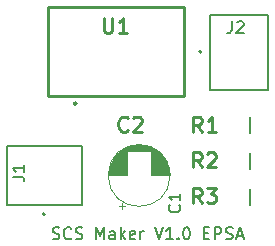
<source format=gbr>
%TF.GenerationSoftware,KiCad,Pcbnew,8.0.0*%
%TF.CreationDate,2024-04-17T17:58:47+02:00*%
%TF.ProjectId,SCS Maker,53435320-4d61-46b6-9572-2e6b69636164,rev?*%
%TF.SameCoordinates,Original*%
%TF.FileFunction,Legend,Top*%
%TF.FilePolarity,Positive*%
%FSLAX46Y46*%
G04 Gerber Fmt 4.6, Leading zero omitted, Abs format (unit mm)*
G04 Created by KiCad (PCBNEW 8.0.0) date 2024-04-17 17:58:47*
%MOMM*%
%LPD*%
G01*
G04 APERTURE LIST*
%ADD10C,0.150000*%
%ADD11C,0.254000*%
%ADD12C,0.127000*%
%ADD13C,0.200000*%
%ADD14C,0.120000*%
G04 APERTURE END LIST*
D10*
X68045660Y-60782200D02*
X68188517Y-60829819D01*
X68188517Y-60829819D02*
X68426612Y-60829819D01*
X68426612Y-60829819D02*
X68521850Y-60782200D01*
X68521850Y-60782200D02*
X68569469Y-60734580D01*
X68569469Y-60734580D02*
X68617088Y-60639342D01*
X68617088Y-60639342D02*
X68617088Y-60544104D01*
X68617088Y-60544104D02*
X68569469Y-60448866D01*
X68569469Y-60448866D02*
X68521850Y-60401247D01*
X68521850Y-60401247D02*
X68426612Y-60353628D01*
X68426612Y-60353628D02*
X68236136Y-60306009D01*
X68236136Y-60306009D02*
X68140898Y-60258390D01*
X68140898Y-60258390D02*
X68093279Y-60210771D01*
X68093279Y-60210771D02*
X68045660Y-60115533D01*
X68045660Y-60115533D02*
X68045660Y-60020295D01*
X68045660Y-60020295D02*
X68093279Y-59925057D01*
X68093279Y-59925057D02*
X68140898Y-59877438D01*
X68140898Y-59877438D02*
X68236136Y-59829819D01*
X68236136Y-59829819D02*
X68474231Y-59829819D01*
X68474231Y-59829819D02*
X68617088Y-59877438D01*
X69617088Y-60734580D02*
X69569469Y-60782200D01*
X69569469Y-60782200D02*
X69426612Y-60829819D01*
X69426612Y-60829819D02*
X69331374Y-60829819D01*
X69331374Y-60829819D02*
X69188517Y-60782200D01*
X69188517Y-60782200D02*
X69093279Y-60686961D01*
X69093279Y-60686961D02*
X69045660Y-60591723D01*
X69045660Y-60591723D02*
X68998041Y-60401247D01*
X68998041Y-60401247D02*
X68998041Y-60258390D01*
X68998041Y-60258390D02*
X69045660Y-60067914D01*
X69045660Y-60067914D02*
X69093279Y-59972676D01*
X69093279Y-59972676D02*
X69188517Y-59877438D01*
X69188517Y-59877438D02*
X69331374Y-59829819D01*
X69331374Y-59829819D02*
X69426612Y-59829819D01*
X69426612Y-59829819D02*
X69569469Y-59877438D01*
X69569469Y-59877438D02*
X69617088Y-59925057D01*
X69998041Y-60782200D02*
X70140898Y-60829819D01*
X70140898Y-60829819D02*
X70378993Y-60829819D01*
X70378993Y-60829819D02*
X70474231Y-60782200D01*
X70474231Y-60782200D02*
X70521850Y-60734580D01*
X70521850Y-60734580D02*
X70569469Y-60639342D01*
X70569469Y-60639342D02*
X70569469Y-60544104D01*
X70569469Y-60544104D02*
X70521850Y-60448866D01*
X70521850Y-60448866D02*
X70474231Y-60401247D01*
X70474231Y-60401247D02*
X70378993Y-60353628D01*
X70378993Y-60353628D02*
X70188517Y-60306009D01*
X70188517Y-60306009D02*
X70093279Y-60258390D01*
X70093279Y-60258390D02*
X70045660Y-60210771D01*
X70045660Y-60210771D02*
X69998041Y-60115533D01*
X69998041Y-60115533D02*
X69998041Y-60020295D01*
X69998041Y-60020295D02*
X70045660Y-59925057D01*
X70045660Y-59925057D02*
X70093279Y-59877438D01*
X70093279Y-59877438D02*
X70188517Y-59829819D01*
X70188517Y-59829819D02*
X70426612Y-59829819D01*
X70426612Y-59829819D02*
X70569469Y-59877438D01*
X71759946Y-60829819D02*
X71759946Y-59829819D01*
X71759946Y-59829819D02*
X72093279Y-60544104D01*
X72093279Y-60544104D02*
X72426612Y-59829819D01*
X72426612Y-59829819D02*
X72426612Y-60829819D01*
X73331374Y-60829819D02*
X73331374Y-60306009D01*
X73331374Y-60306009D02*
X73283755Y-60210771D01*
X73283755Y-60210771D02*
X73188517Y-60163152D01*
X73188517Y-60163152D02*
X72998041Y-60163152D01*
X72998041Y-60163152D02*
X72902803Y-60210771D01*
X73331374Y-60782200D02*
X73236136Y-60829819D01*
X73236136Y-60829819D02*
X72998041Y-60829819D01*
X72998041Y-60829819D02*
X72902803Y-60782200D01*
X72902803Y-60782200D02*
X72855184Y-60686961D01*
X72855184Y-60686961D02*
X72855184Y-60591723D01*
X72855184Y-60591723D02*
X72902803Y-60496485D01*
X72902803Y-60496485D02*
X72998041Y-60448866D01*
X72998041Y-60448866D02*
X73236136Y-60448866D01*
X73236136Y-60448866D02*
X73331374Y-60401247D01*
X73807565Y-60829819D02*
X73807565Y-59829819D01*
X73902803Y-60448866D02*
X74188517Y-60829819D01*
X74188517Y-60163152D02*
X73807565Y-60544104D01*
X74998041Y-60782200D02*
X74902803Y-60829819D01*
X74902803Y-60829819D02*
X74712327Y-60829819D01*
X74712327Y-60829819D02*
X74617089Y-60782200D01*
X74617089Y-60782200D02*
X74569470Y-60686961D01*
X74569470Y-60686961D02*
X74569470Y-60306009D01*
X74569470Y-60306009D02*
X74617089Y-60210771D01*
X74617089Y-60210771D02*
X74712327Y-60163152D01*
X74712327Y-60163152D02*
X74902803Y-60163152D01*
X74902803Y-60163152D02*
X74998041Y-60210771D01*
X74998041Y-60210771D02*
X75045660Y-60306009D01*
X75045660Y-60306009D02*
X75045660Y-60401247D01*
X75045660Y-60401247D02*
X74569470Y-60496485D01*
X75474232Y-60829819D02*
X75474232Y-60163152D01*
X75474232Y-60353628D02*
X75521851Y-60258390D01*
X75521851Y-60258390D02*
X75569470Y-60210771D01*
X75569470Y-60210771D02*
X75664708Y-60163152D01*
X75664708Y-60163152D02*
X75759946Y-60163152D01*
X76712328Y-59829819D02*
X77045661Y-60829819D01*
X77045661Y-60829819D02*
X77378994Y-59829819D01*
X78236137Y-60829819D02*
X77664709Y-60829819D01*
X77950423Y-60829819D02*
X77950423Y-59829819D01*
X77950423Y-59829819D02*
X77855185Y-59972676D01*
X77855185Y-59972676D02*
X77759947Y-60067914D01*
X77759947Y-60067914D02*
X77664709Y-60115533D01*
X78664709Y-60734580D02*
X78712328Y-60782200D01*
X78712328Y-60782200D02*
X78664709Y-60829819D01*
X78664709Y-60829819D02*
X78617090Y-60782200D01*
X78617090Y-60782200D02*
X78664709Y-60734580D01*
X78664709Y-60734580D02*
X78664709Y-60829819D01*
X79331375Y-59829819D02*
X79426613Y-59829819D01*
X79426613Y-59829819D02*
X79521851Y-59877438D01*
X79521851Y-59877438D02*
X79569470Y-59925057D01*
X79569470Y-59925057D02*
X79617089Y-60020295D01*
X79617089Y-60020295D02*
X79664708Y-60210771D01*
X79664708Y-60210771D02*
X79664708Y-60448866D01*
X79664708Y-60448866D02*
X79617089Y-60639342D01*
X79617089Y-60639342D02*
X79569470Y-60734580D01*
X79569470Y-60734580D02*
X79521851Y-60782200D01*
X79521851Y-60782200D02*
X79426613Y-60829819D01*
X79426613Y-60829819D02*
X79331375Y-60829819D01*
X79331375Y-60829819D02*
X79236137Y-60782200D01*
X79236137Y-60782200D02*
X79188518Y-60734580D01*
X79188518Y-60734580D02*
X79140899Y-60639342D01*
X79140899Y-60639342D02*
X79093280Y-60448866D01*
X79093280Y-60448866D02*
X79093280Y-60210771D01*
X79093280Y-60210771D02*
X79140899Y-60020295D01*
X79140899Y-60020295D02*
X79188518Y-59925057D01*
X79188518Y-59925057D02*
X79236137Y-59877438D01*
X79236137Y-59877438D02*
X79331375Y-59829819D01*
X80855185Y-60306009D02*
X81188518Y-60306009D01*
X81331375Y-60829819D02*
X80855185Y-60829819D01*
X80855185Y-60829819D02*
X80855185Y-59829819D01*
X80855185Y-59829819D02*
X81331375Y-59829819D01*
X81759947Y-60829819D02*
X81759947Y-59829819D01*
X81759947Y-59829819D02*
X82140899Y-59829819D01*
X82140899Y-59829819D02*
X82236137Y-59877438D01*
X82236137Y-59877438D02*
X82283756Y-59925057D01*
X82283756Y-59925057D02*
X82331375Y-60020295D01*
X82331375Y-60020295D02*
X82331375Y-60163152D01*
X82331375Y-60163152D02*
X82283756Y-60258390D01*
X82283756Y-60258390D02*
X82236137Y-60306009D01*
X82236137Y-60306009D02*
X82140899Y-60353628D01*
X82140899Y-60353628D02*
X81759947Y-60353628D01*
X82712328Y-60782200D02*
X82855185Y-60829819D01*
X82855185Y-60829819D02*
X83093280Y-60829819D01*
X83093280Y-60829819D02*
X83188518Y-60782200D01*
X83188518Y-60782200D02*
X83236137Y-60734580D01*
X83236137Y-60734580D02*
X83283756Y-60639342D01*
X83283756Y-60639342D02*
X83283756Y-60544104D01*
X83283756Y-60544104D02*
X83236137Y-60448866D01*
X83236137Y-60448866D02*
X83188518Y-60401247D01*
X83188518Y-60401247D02*
X83093280Y-60353628D01*
X83093280Y-60353628D02*
X82902804Y-60306009D01*
X82902804Y-60306009D02*
X82807566Y-60258390D01*
X82807566Y-60258390D02*
X82759947Y-60210771D01*
X82759947Y-60210771D02*
X82712328Y-60115533D01*
X82712328Y-60115533D02*
X82712328Y-60020295D01*
X82712328Y-60020295D02*
X82759947Y-59925057D01*
X82759947Y-59925057D02*
X82807566Y-59877438D01*
X82807566Y-59877438D02*
X82902804Y-59829819D01*
X82902804Y-59829819D02*
X83140899Y-59829819D01*
X83140899Y-59829819D02*
X83283756Y-59877438D01*
X83664709Y-60544104D02*
X84140899Y-60544104D01*
X83569471Y-60829819D02*
X83902804Y-59829819D01*
X83902804Y-59829819D02*
X84236137Y-60829819D01*
D11*
X72376880Y-42076318D02*
X72376880Y-43104413D01*
X72376880Y-43104413D02*
X72437357Y-43225365D01*
X72437357Y-43225365D02*
X72497833Y-43285842D01*
X72497833Y-43285842D02*
X72618785Y-43346318D01*
X72618785Y-43346318D02*
X72860690Y-43346318D01*
X72860690Y-43346318D02*
X72981642Y-43285842D01*
X72981642Y-43285842D02*
X73042119Y-43225365D01*
X73042119Y-43225365D02*
X73102595Y-43104413D01*
X73102595Y-43104413D02*
X73102595Y-42076318D01*
X74372595Y-43346318D02*
X73646880Y-43346318D01*
X74009737Y-43346318D02*
X74009737Y-42076318D01*
X74009737Y-42076318D02*
X73888785Y-42257746D01*
X73888785Y-42257746D02*
X73767833Y-42378699D01*
X73767833Y-42378699D02*
X73646880Y-42439175D01*
D10*
X64671319Y-55551333D02*
X65385604Y-55551333D01*
X65385604Y-55551333D02*
X65528461Y-55598952D01*
X65528461Y-55598952D02*
X65623700Y-55694190D01*
X65623700Y-55694190D02*
X65671319Y-55837047D01*
X65671319Y-55837047D02*
X65671319Y-55932285D01*
X65671319Y-54551333D02*
X65671319Y-55122761D01*
X65671319Y-54837047D02*
X64671319Y-54837047D01*
X64671319Y-54837047D02*
X64814176Y-54932285D01*
X64814176Y-54932285D02*
X64909414Y-55027523D01*
X64909414Y-55027523D02*
X64957033Y-55122761D01*
D11*
X80661933Y-57775118D02*
X80238599Y-57170356D01*
X79936218Y-57775118D02*
X79936218Y-56505118D01*
X79936218Y-56505118D02*
X80420028Y-56505118D01*
X80420028Y-56505118D02*
X80540980Y-56565594D01*
X80540980Y-56565594D02*
X80601457Y-56626070D01*
X80601457Y-56626070D02*
X80661933Y-56747022D01*
X80661933Y-56747022D02*
X80661933Y-56928451D01*
X80661933Y-56928451D02*
X80601457Y-57049403D01*
X80601457Y-57049403D02*
X80540980Y-57109880D01*
X80540980Y-57109880D02*
X80420028Y-57170356D01*
X80420028Y-57170356D02*
X79936218Y-57170356D01*
X81085266Y-56505118D02*
X81871457Y-56505118D01*
X81871457Y-56505118D02*
X81448123Y-56988927D01*
X81448123Y-56988927D02*
X81629552Y-56988927D01*
X81629552Y-56988927D02*
X81750504Y-57049403D01*
X81750504Y-57049403D02*
X81810980Y-57109880D01*
X81810980Y-57109880D02*
X81871457Y-57230832D01*
X81871457Y-57230832D02*
X81871457Y-57533213D01*
X81871457Y-57533213D02*
X81810980Y-57654165D01*
X81810980Y-57654165D02*
X81750504Y-57714642D01*
X81750504Y-57714642D02*
X81629552Y-57775118D01*
X81629552Y-57775118D02*
X81266695Y-57775118D01*
X81266695Y-57775118D02*
X81145742Y-57714642D01*
X81145742Y-57714642D02*
X81085266Y-57654165D01*
X80687333Y-51729918D02*
X80263999Y-51125156D01*
X79961618Y-51729918D02*
X79961618Y-50459918D01*
X79961618Y-50459918D02*
X80445428Y-50459918D01*
X80445428Y-50459918D02*
X80566380Y-50520394D01*
X80566380Y-50520394D02*
X80626857Y-50580870D01*
X80626857Y-50580870D02*
X80687333Y-50701822D01*
X80687333Y-50701822D02*
X80687333Y-50883251D01*
X80687333Y-50883251D02*
X80626857Y-51004203D01*
X80626857Y-51004203D02*
X80566380Y-51064680D01*
X80566380Y-51064680D02*
X80445428Y-51125156D01*
X80445428Y-51125156D02*
X79961618Y-51125156D01*
X81896857Y-51729918D02*
X81171142Y-51729918D01*
X81533999Y-51729918D02*
X81533999Y-50459918D01*
X81533999Y-50459918D02*
X81413047Y-50641346D01*
X81413047Y-50641346D02*
X81292095Y-50762299D01*
X81292095Y-50762299D02*
X81171142Y-50822775D01*
X74402833Y-51607365D02*
X74342357Y-51667842D01*
X74342357Y-51667842D02*
X74160928Y-51728318D01*
X74160928Y-51728318D02*
X74039976Y-51728318D01*
X74039976Y-51728318D02*
X73858547Y-51667842D01*
X73858547Y-51667842D02*
X73737595Y-51546889D01*
X73737595Y-51546889D02*
X73677118Y-51425937D01*
X73677118Y-51425937D02*
X73616642Y-51184032D01*
X73616642Y-51184032D02*
X73616642Y-51002603D01*
X73616642Y-51002603D02*
X73677118Y-50760699D01*
X73677118Y-50760699D02*
X73737595Y-50639746D01*
X73737595Y-50639746D02*
X73858547Y-50518794D01*
X73858547Y-50518794D02*
X74039976Y-50458318D01*
X74039976Y-50458318D02*
X74160928Y-50458318D01*
X74160928Y-50458318D02*
X74342357Y-50518794D01*
X74342357Y-50518794D02*
X74402833Y-50579270D01*
X74886642Y-50579270D02*
X74947118Y-50518794D01*
X74947118Y-50518794D02*
X75068071Y-50458318D01*
X75068071Y-50458318D02*
X75370452Y-50458318D01*
X75370452Y-50458318D02*
X75491404Y-50518794D01*
X75491404Y-50518794D02*
X75551880Y-50579270D01*
X75551880Y-50579270D02*
X75612357Y-50700222D01*
X75612357Y-50700222D02*
X75612357Y-50821175D01*
X75612357Y-50821175D02*
X75551880Y-51002603D01*
X75551880Y-51002603D02*
X74826166Y-51728318D01*
X74826166Y-51728318D02*
X75612357Y-51728318D01*
D10*
X78784080Y-57924666D02*
X78831700Y-57972285D01*
X78831700Y-57972285D02*
X78879319Y-58115142D01*
X78879319Y-58115142D02*
X78879319Y-58210380D01*
X78879319Y-58210380D02*
X78831700Y-58353237D01*
X78831700Y-58353237D02*
X78736461Y-58448475D01*
X78736461Y-58448475D02*
X78641223Y-58496094D01*
X78641223Y-58496094D02*
X78450747Y-58543713D01*
X78450747Y-58543713D02*
X78307890Y-58543713D01*
X78307890Y-58543713D02*
X78117414Y-58496094D01*
X78117414Y-58496094D02*
X78022176Y-58448475D01*
X78022176Y-58448475D02*
X77926938Y-58353237D01*
X77926938Y-58353237D02*
X77879319Y-58210380D01*
X77879319Y-58210380D02*
X77879319Y-58115142D01*
X77879319Y-58115142D02*
X77926938Y-57972285D01*
X77926938Y-57972285D02*
X77974557Y-57924666D01*
X78879319Y-56972285D02*
X78879319Y-57543713D01*
X78879319Y-57257999D02*
X77879319Y-57257999D01*
X77879319Y-57257999D02*
X78022176Y-57353237D01*
X78022176Y-57353237D02*
X78117414Y-57448475D01*
X78117414Y-57448475D02*
X78165033Y-57543713D01*
X83232666Y-42380819D02*
X83232666Y-43095104D01*
X83232666Y-43095104D02*
X83185047Y-43237961D01*
X83185047Y-43237961D02*
X83089809Y-43333200D01*
X83089809Y-43333200D02*
X82946952Y-43380819D01*
X82946952Y-43380819D02*
X82851714Y-43380819D01*
X83661238Y-42476057D02*
X83708857Y-42428438D01*
X83708857Y-42428438D02*
X83804095Y-42380819D01*
X83804095Y-42380819D02*
X84042190Y-42380819D01*
X84042190Y-42380819D02*
X84137428Y-42428438D01*
X84137428Y-42428438D02*
X84185047Y-42476057D01*
X84185047Y-42476057D02*
X84232666Y-42571295D01*
X84232666Y-42571295D02*
X84232666Y-42666533D01*
X84232666Y-42666533D02*
X84185047Y-42809390D01*
X84185047Y-42809390D02*
X83613619Y-43380819D01*
X83613619Y-43380819D02*
X84232666Y-43380819D01*
D11*
X80661933Y-54752518D02*
X80238599Y-54147756D01*
X79936218Y-54752518D02*
X79936218Y-53482518D01*
X79936218Y-53482518D02*
X80420028Y-53482518D01*
X80420028Y-53482518D02*
X80540980Y-53542994D01*
X80540980Y-53542994D02*
X80601457Y-53603470D01*
X80601457Y-53603470D02*
X80661933Y-53724422D01*
X80661933Y-53724422D02*
X80661933Y-53905851D01*
X80661933Y-53905851D02*
X80601457Y-54026803D01*
X80601457Y-54026803D02*
X80540980Y-54087280D01*
X80540980Y-54087280D02*
X80420028Y-54147756D01*
X80420028Y-54147756D02*
X79936218Y-54147756D01*
X81145742Y-53603470D02*
X81206218Y-53542994D01*
X81206218Y-53542994D02*
X81327171Y-53482518D01*
X81327171Y-53482518D02*
X81629552Y-53482518D01*
X81629552Y-53482518D02*
X81750504Y-53542994D01*
X81750504Y-53542994D02*
X81810980Y-53603470D01*
X81810980Y-53603470D02*
X81871457Y-53724422D01*
X81871457Y-53724422D02*
X81871457Y-53845375D01*
X81871457Y-53845375D02*
X81810980Y-54026803D01*
X81810980Y-54026803D02*
X81085266Y-54752518D01*
X81085266Y-54752518D02*
X81871457Y-54752518D01*
%TO.C,U1*%
X67656000Y-41186000D02*
X67656000Y-48736000D01*
X67656000Y-48736000D02*
X79156000Y-48736000D01*
X79156000Y-41186000D02*
X67656000Y-41186000D01*
X79156000Y-48736000D02*
X79156000Y-41186000D01*
X70051000Y-49349000D02*
G75*
G02*
X69873000Y-49349000I-89000J0D01*
G01*
X69873000Y-49349000D02*
G75*
G02*
X70051000Y-49349000I89000J0D01*
G01*
D12*
%TO.C,J1*%
X64216500Y-52971000D02*
X70566500Y-52971000D01*
X64216500Y-57901000D02*
X64216500Y-52971000D01*
X70566500Y-52971000D02*
X70566500Y-57901000D01*
X70566500Y-57901000D02*
X64216500Y-57901000D01*
D13*
X67416500Y-58706000D02*
G75*
G02*
X67216500Y-58706000I-100000J0D01*
G01*
X67216500Y-58706000D02*
G75*
G02*
X67416500Y-58706000I100000J0D01*
G01*
%TO.C,R3*%
X84774500Y-56550000D02*
X84774500Y-57950000D01*
%TO.C,R1*%
X84774500Y-50454000D02*
X84774500Y-51854000D01*
D14*
%TO.C,C1*%
X72796500Y-55387112D02*
X74336500Y-55387112D01*
X72796500Y-55427112D02*
X74336500Y-55427112D01*
X72797500Y-55347112D02*
X74336500Y-55347112D01*
X72798500Y-55307112D02*
X74336500Y-55307112D01*
X72800500Y-55267112D02*
X74336500Y-55267112D01*
X72803500Y-55227112D02*
X74336500Y-55227112D01*
X72807500Y-55187112D02*
X74336500Y-55187112D01*
X72811500Y-55147112D02*
X74336500Y-55147112D01*
X72815500Y-55107112D02*
X74336500Y-55107112D01*
X72820500Y-55067112D02*
X74336500Y-55067112D01*
X72826500Y-55027112D02*
X74336500Y-55027112D01*
X72833500Y-54987112D02*
X74336500Y-54987112D01*
X72840500Y-54947112D02*
X74336500Y-54947112D01*
X72848500Y-54907112D02*
X74336500Y-54907112D01*
X72856500Y-54867112D02*
X74336500Y-54867112D01*
X72865500Y-54827112D02*
X74336500Y-54827112D01*
X72875500Y-54787112D02*
X74336500Y-54787112D01*
X72885500Y-54747112D02*
X74336500Y-54747112D01*
X72896500Y-54706112D02*
X74336500Y-54706112D01*
X72908500Y-54666112D02*
X74336500Y-54666112D01*
X72921500Y-54626112D02*
X74336500Y-54626112D01*
X72934500Y-54586112D02*
X74336500Y-54586112D01*
X72948500Y-54546112D02*
X74336500Y-54546112D01*
X72962500Y-54506112D02*
X74336500Y-54506112D01*
X72978500Y-54466112D02*
X74336500Y-54466112D01*
X72994500Y-54426112D02*
X74336500Y-54426112D01*
X73011500Y-54386112D02*
X74336500Y-54386112D01*
X73028500Y-54346112D02*
X74336500Y-54346112D01*
X73047500Y-54306112D02*
X74336500Y-54306112D01*
X73066500Y-54266112D02*
X74336500Y-54266112D01*
X73086500Y-54226112D02*
X74336500Y-54226112D01*
X73108500Y-54186112D02*
X74336500Y-54186112D01*
X73129500Y-54146112D02*
X74336500Y-54146112D01*
X73152500Y-54106112D02*
X74336500Y-54106112D01*
X73176500Y-54066112D02*
X74336500Y-54066112D01*
X73201500Y-54026112D02*
X74336500Y-54026112D01*
X73227500Y-53986112D02*
X74336500Y-53986112D01*
X73254500Y-53946112D02*
X74336500Y-53946112D01*
X73281500Y-53906112D02*
X74336500Y-53906112D01*
X73311500Y-53866112D02*
X74336500Y-53866112D01*
X73341500Y-53826112D02*
X74336500Y-53826112D01*
X73372500Y-53786112D02*
X74336500Y-53786112D01*
X73405500Y-53746112D02*
X74336500Y-53746112D01*
X73439500Y-53706112D02*
X74336500Y-53706112D01*
X73475500Y-53666112D02*
X74336500Y-53666112D01*
X73512500Y-53626112D02*
X74336500Y-53626112D01*
X73550500Y-53586112D02*
X74336500Y-53586112D01*
X73591500Y-53546112D02*
X74336500Y-53546112D01*
X73633500Y-53506112D02*
X74336500Y-53506112D01*
X73651500Y-57981887D02*
X74151500Y-57981887D01*
X73677500Y-53466112D02*
X74336500Y-53466112D01*
X73723500Y-53426112D02*
X74336500Y-53426112D01*
X73771500Y-53386112D02*
X76981500Y-53386112D01*
X73822500Y-53346112D02*
X76930500Y-53346112D01*
X73876500Y-53306112D02*
X76876500Y-53306112D01*
X73901500Y-58231887D02*
X73901500Y-57731887D01*
X73933500Y-53266112D02*
X76819500Y-53266112D01*
X73993500Y-53226112D02*
X76759500Y-53226112D01*
X74057500Y-53186112D02*
X76695500Y-53186112D01*
X74125500Y-53146112D02*
X76627500Y-53146112D01*
X74198500Y-53106112D02*
X76554500Y-53106112D01*
X74278500Y-53066112D02*
X76474500Y-53066112D01*
X74365500Y-53026112D02*
X76387500Y-53026112D01*
X74461500Y-52986112D02*
X76291500Y-52986112D01*
X74571500Y-52946112D02*
X76181500Y-52946112D01*
X74699500Y-52906112D02*
X76053500Y-52906112D01*
X74858500Y-52866112D02*
X75894500Y-52866112D01*
X75092500Y-52826112D02*
X75660500Y-52826112D01*
X76416500Y-53426112D02*
X77029500Y-53426112D01*
X76416500Y-53466112D02*
X77075500Y-53466112D01*
X76416500Y-53506112D02*
X77119500Y-53506112D01*
X76416500Y-53546112D02*
X77161500Y-53546112D01*
X76416500Y-53586112D02*
X77202500Y-53586112D01*
X76416500Y-53626112D02*
X77240500Y-53626112D01*
X76416500Y-53666112D02*
X77277500Y-53666112D01*
X76416500Y-53706112D02*
X77313500Y-53706112D01*
X76416500Y-53746112D02*
X77347500Y-53746112D01*
X76416500Y-53786112D02*
X77380500Y-53786112D01*
X76416500Y-53826112D02*
X77411500Y-53826112D01*
X76416500Y-53866112D02*
X77441500Y-53866112D01*
X76416500Y-53906112D02*
X77471500Y-53906112D01*
X76416500Y-53946112D02*
X77498500Y-53946112D01*
X76416500Y-53986112D02*
X77525500Y-53986112D01*
X76416500Y-54026112D02*
X77551500Y-54026112D01*
X76416500Y-54066112D02*
X77576500Y-54066112D01*
X76416500Y-54106112D02*
X77600500Y-54106112D01*
X76416500Y-54146112D02*
X77623500Y-54146112D01*
X76416500Y-54186112D02*
X77644500Y-54186112D01*
X76416500Y-54226112D02*
X77666500Y-54226112D01*
X76416500Y-54266112D02*
X77686500Y-54266112D01*
X76416500Y-54306112D02*
X77705500Y-54306112D01*
X76416500Y-54346112D02*
X77724500Y-54346112D01*
X76416500Y-54386112D02*
X77741500Y-54386112D01*
X76416500Y-54426112D02*
X77758500Y-54426112D01*
X76416500Y-54466112D02*
X77774500Y-54466112D01*
X76416500Y-54506112D02*
X77790500Y-54506112D01*
X76416500Y-54546112D02*
X77804500Y-54546112D01*
X76416500Y-54586112D02*
X77818500Y-54586112D01*
X76416500Y-54626112D02*
X77831500Y-54626112D01*
X76416500Y-54666112D02*
X77844500Y-54666112D01*
X76416500Y-54706112D02*
X77856500Y-54706112D01*
X76416500Y-54747112D02*
X77867500Y-54747112D01*
X76416500Y-54787112D02*
X77877500Y-54787112D01*
X76416500Y-54827112D02*
X77887500Y-54827112D01*
X76416500Y-54867112D02*
X77896500Y-54867112D01*
X76416500Y-54907112D02*
X77904500Y-54907112D01*
X76416500Y-54947112D02*
X77912500Y-54947112D01*
X76416500Y-54987112D02*
X77919500Y-54987112D01*
X76416500Y-55027112D02*
X77926500Y-55027112D01*
X76416500Y-55067112D02*
X77932500Y-55067112D01*
X76416500Y-55107112D02*
X77937500Y-55107112D01*
X76416500Y-55147112D02*
X77941500Y-55147112D01*
X76416500Y-55187112D02*
X77945500Y-55187112D01*
X76416500Y-55227112D02*
X77949500Y-55227112D01*
X76416500Y-55267112D02*
X77952500Y-55267112D01*
X76416500Y-55307112D02*
X77954500Y-55307112D01*
X76416500Y-55347112D02*
X77955500Y-55347112D01*
X76416500Y-55387112D02*
X77956500Y-55387112D01*
X76416500Y-55427112D02*
X77956500Y-55427112D01*
X77996500Y-55427112D02*
G75*
G02*
X72756500Y-55427112I-2620000J0D01*
G01*
X72756500Y-55427112D02*
G75*
G02*
X77996500Y-55427112I2620000J0D01*
G01*
D12*
%TO.C,J2*%
X81355000Y-41858000D02*
X86285000Y-41858000D01*
X81355000Y-48208000D02*
X81355000Y-41858000D01*
X86285000Y-41858000D02*
X86285000Y-48208000D01*
X86285000Y-48208000D02*
X81355000Y-48208000D01*
D13*
X80650000Y-44958000D02*
G75*
G02*
X80450000Y-44958000I-100000J0D01*
G01*
X80450000Y-44958000D02*
G75*
G02*
X80650000Y-44958000I100000J0D01*
G01*
%TO.C,R2*%
X84774500Y-54902000D02*
X84774500Y-53502000D01*
%TD*%
M02*

</source>
